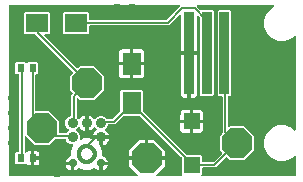
<source format=gbr>
G04 EAGLE Gerber X2 export*
%TF.Part,Single*%
%TF.FileFunction,Copper,L1,Top,Mixed*%
%TF.FilePolarity,Positive*%
%TF.GenerationSoftware,Autodesk,EAGLE,9.1.0*%
%TF.CreationDate,2018-09-05T10:19:08Z*%
G75*
%MOMM*%
%FSLAX34Y34*%
%LPD*%
%AMOC8*
5,1,8,0,0,1.08239X$1,22.5*%
G01*
%ADD10R,0.600000X0.700000*%
%ADD11R,1.900000X1.600000*%
%ADD12R,1.600000X1.900000*%
%ADD13C,0.900000*%
%ADD14C,0.700000*%
%ADD15C,0.330000*%
%ADD16C,0.006094*%
%ADD17R,0.850000X7.000000*%
%ADD18R,1.400000X1.400000*%
%ADD19P,2.763017X8X22.500000*%
%ADD20C,0.152400*%
%ADD21C,0.756400*%

G36*
X118829Y10172D02*
X118829Y10172D01*
X118900Y10174D01*
X118949Y10192D01*
X119001Y10200D01*
X119064Y10234D01*
X119131Y10259D01*
X119172Y10291D01*
X119218Y10316D01*
X119267Y10368D01*
X119323Y10412D01*
X119352Y10456D01*
X119388Y10494D01*
X119418Y10559D01*
X119456Y10619D01*
X119469Y10670D01*
X119491Y10717D01*
X119499Y10788D01*
X119517Y10858D01*
X119512Y10910D01*
X119518Y10961D01*
X119503Y11032D01*
X119497Y11103D01*
X119477Y11151D01*
X119466Y11202D01*
X119429Y11263D01*
X119401Y11329D01*
X119356Y11385D01*
X119340Y11413D01*
X119322Y11428D01*
X119296Y11460D01*
X111696Y19061D01*
X111696Y23877D01*
X126238Y23877D01*
X126258Y23880D01*
X126277Y23878D01*
X126379Y23900D01*
X126481Y23917D01*
X126498Y23926D01*
X126518Y23930D01*
X126607Y23983D01*
X126698Y24032D01*
X126712Y24046D01*
X126729Y24056D01*
X126796Y24135D01*
X126867Y24210D01*
X126876Y24228D01*
X126889Y24243D01*
X126927Y24339D01*
X126971Y24433D01*
X126973Y24453D01*
X126981Y24471D01*
X126999Y24638D01*
X126999Y25401D01*
X127001Y25401D01*
X127001Y24638D01*
X127004Y24618D01*
X127002Y24599D01*
X127024Y24497D01*
X127041Y24395D01*
X127050Y24378D01*
X127054Y24358D01*
X127107Y24269D01*
X127156Y24178D01*
X127170Y24164D01*
X127180Y24147D01*
X127259Y24080D01*
X127334Y24009D01*
X127352Y24000D01*
X127367Y23987D01*
X127463Y23948D01*
X127557Y23905D01*
X127577Y23903D01*
X127595Y23895D01*
X127762Y23877D01*
X142304Y23877D01*
X142304Y19061D01*
X134704Y11460D01*
X134662Y11402D01*
X134612Y11350D01*
X134591Y11303D01*
X134560Y11261D01*
X134539Y11192D01*
X134509Y11127D01*
X134503Y11075D01*
X134488Y11025D01*
X134490Y10954D01*
X134482Y10883D01*
X134493Y10832D01*
X134494Y10780D01*
X134519Y10712D01*
X134534Y10642D01*
X134561Y10597D01*
X134579Y10549D01*
X134623Y10493D01*
X134660Y10431D01*
X134700Y10397D01*
X134732Y10357D01*
X134793Y10318D01*
X134847Y10271D01*
X134895Y10252D01*
X134939Y10224D01*
X135009Y10206D01*
X135075Y10179D01*
X135147Y10171D01*
X135178Y10163D01*
X135201Y10165D01*
X135242Y10161D01*
X156545Y10161D01*
X156616Y10172D01*
X156688Y10174D01*
X156737Y10192D01*
X156788Y10200D01*
X156851Y10234D01*
X156919Y10259D01*
X156959Y10291D01*
X157005Y10316D01*
X157055Y10368D01*
X157111Y10412D01*
X157139Y10456D01*
X157175Y10494D01*
X157205Y10559D01*
X157244Y10619D01*
X157256Y10670D01*
X157278Y10717D01*
X157286Y10788D01*
X157304Y10858D01*
X157300Y10910D01*
X157305Y10961D01*
X157290Y11032D01*
X157285Y11103D01*
X157264Y11151D01*
X157253Y11202D01*
X157216Y11263D01*
X157188Y11329D01*
X157143Y11385D01*
X157127Y11413D01*
X157109Y11428D01*
X157083Y11460D01*
X156575Y11968D01*
X156575Y25804D01*
X156561Y25894D01*
X156553Y25985D01*
X156541Y26014D01*
X156536Y26046D01*
X156493Y26127D01*
X156457Y26211D01*
X156431Y26243D01*
X156420Y26264D01*
X156397Y26286D01*
X156352Y26342D01*
X121542Y61152D01*
X121468Y61205D01*
X121398Y61265D01*
X121368Y61277D01*
X121342Y61296D01*
X121255Y61323D01*
X121170Y61357D01*
X121129Y61361D01*
X121107Y61368D01*
X121075Y61367D01*
X121004Y61375D01*
X107596Y61375D01*
X107506Y61361D01*
X107415Y61353D01*
X107386Y61341D01*
X107354Y61336D01*
X107273Y61293D01*
X107189Y61257D01*
X107157Y61231D01*
X107136Y61220D01*
X107114Y61197D01*
X107058Y61152D01*
X100007Y54101D01*
X94896Y54101D01*
X94781Y54082D01*
X94665Y54065D01*
X94660Y54063D01*
X94653Y54062D01*
X94551Y54007D01*
X94446Y53954D01*
X94441Y53949D01*
X94436Y53946D01*
X94356Y53862D01*
X94274Y53778D01*
X94270Y53772D01*
X94267Y53768D01*
X94259Y53751D01*
X94193Y53631D01*
X93388Y51687D01*
X91962Y50262D01*
X91917Y50199D01*
X91893Y50174D01*
X91888Y50162D01*
X91846Y50113D01*
X91836Y50086D01*
X91818Y50062D01*
X91791Y49972D01*
X91756Y49884D01*
X91755Y49855D01*
X91746Y49827D01*
X91749Y49733D01*
X91744Y49638D01*
X91752Y49610D01*
X91752Y49581D01*
X91785Y49492D01*
X91810Y49402D01*
X91827Y49378D01*
X91837Y49350D01*
X91896Y49276D01*
X91949Y49198D01*
X91977Y49175D01*
X91991Y49158D01*
X92018Y49140D01*
X92077Y49090D01*
X92768Y48629D01*
X93749Y47648D01*
X94519Y46495D01*
X95050Y45214D01*
X95156Y44683D01*
X89042Y44683D01*
X89022Y44680D01*
X89003Y44682D01*
X88901Y44660D01*
X88799Y44643D01*
X88782Y44634D01*
X88762Y44630D01*
X88673Y44577D01*
X88582Y44528D01*
X88568Y44514D01*
X88551Y44504D01*
X88484Y44425D01*
X88413Y44350D01*
X88404Y44332D01*
X88391Y44317D01*
X88352Y44221D01*
X88309Y44127D01*
X88307Y44107D01*
X88299Y44089D01*
X88281Y43922D01*
X88281Y43159D01*
X88279Y43159D01*
X88279Y43922D01*
X88276Y43942D01*
X88278Y43961D01*
X88256Y44063D01*
X88239Y44165D01*
X88230Y44182D01*
X88226Y44202D01*
X88173Y44291D01*
X88124Y44382D01*
X88110Y44396D01*
X88100Y44413D01*
X88021Y44480D01*
X87946Y44551D01*
X87928Y44560D01*
X87913Y44573D01*
X87817Y44612D01*
X87723Y44655D01*
X87703Y44657D01*
X87685Y44665D01*
X87518Y44683D01*
X81404Y44683D01*
X81510Y45214D01*
X82041Y46495D01*
X82811Y47648D01*
X83792Y48629D01*
X84483Y49090D01*
X84551Y49155D01*
X84625Y49214D01*
X84641Y49238D01*
X84662Y49258D01*
X84707Y49341D01*
X84758Y49421D01*
X84765Y49449D01*
X84779Y49475D01*
X84795Y49568D01*
X84818Y49659D01*
X84816Y49688D01*
X84821Y49717D01*
X84806Y49810D01*
X84799Y49904D01*
X84788Y49931D01*
X84783Y49960D01*
X84740Y50044D01*
X84703Y50131D01*
X84680Y50159D01*
X84670Y50179D01*
X84646Y50201D01*
X84623Y50231D01*
X84619Y50237D01*
X84616Y50240D01*
X84598Y50262D01*
X83382Y51478D01*
X83305Y51533D01*
X83233Y51594D01*
X83206Y51604D01*
X83182Y51621D01*
X83092Y51649D01*
X83004Y51684D01*
X82975Y51685D01*
X82947Y51694D01*
X82853Y51691D01*
X82759Y51696D01*
X82730Y51688D01*
X82701Y51687D01*
X82612Y51655D01*
X82522Y51630D01*
X82498Y51613D01*
X82470Y51603D01*
X82396Y51544D01*
X82319Y51491D01*
X82295Y51463D01*
X82278Y51449D01*
X82260Y51422D01*
X82211Y51363D01*
X81709Y50612D01*
X80728Y49631D01*
X79575Y48861D01*
X78294Y48330D01*
X77763Y48224D01*
X77763Y54338D01*
X77762Y54348D01*
X77762Y54353D01*
X77760Y54361D01*
X77762Y54377D01*
X77740Y54479D01*
X77723Y54581D01*
X77714Y54598D01*
X77710Y54618D01*
X77657Y54707D01*
X77608Y54798D01*
X77594Y54812D01*
X77584Y54829D01*
X77505Y54896D01*
X77430Y54967D01*
X77412Y54976D01*
X77397Y54989D01*
X77301Y55028D01*
X77207Y55071D01*
X77187Y55073D01*
X77169Y55081D01*
X77002Y55099D01*
X75478Y55099D01*
X75458Y55096D01*
X75439Y55098D01*
X75337Y55076D01*
X75235Y55059D01*
X75218Y55050D01*
X75198Y55046D01*
X75109Y54993D01*
X75018Y54944D01*
X75004Y54930D01*
X74987Y54920D01*
X74920Y54841D01*
X74849Y54766D01*
X74840Y54748D01*
X74827Y54733D01*
X74788Y54637D01*
X74745Y54543D01*
X74743Y54523D01*
X74735Y54505D01*
X74717Y54338D01*
X74717Y48224D01*
X74186Y48330D01*
X72905Y48861D01*
X71752Y49631D01*
X70771Y50612D01*
X70269Y51363D01*
X70205Y51431D01*
X70146Y51505D01*
X70121Y51521D01*
X70102Y51542D01*
X70019Y51587D01*
X69939Y51638D01*
X69911Y51645D01*
X69885Y51659D01*
X69792Y51675D01*
X69701Y51698D01*
X69672Y51696D01*
X69643Y51701D01*
X69549Y51686D01*
X69455Y51679D01*
X69429Y51668D01*
X69400Y51663D01*
X69316Y51620D01*
X69229Y51583D01*
X69200Y51560D01*
X69181Y51550D01*
X69159Y51526D01*
X69098Y51478D01*
X67613Y49992D01*
X67228Y49833D01*
X67168Y49796D01*
X67102Y49766D01*
X67064Y49731D01*
X67019Y49704D01*
X66974Y49649D01*
X66921Y49600D01*
X66896Y49554D01*
X66863Y49514D01*
X66837Y49447D01*
X66802Y49384D01*
X66793Y49333D01*
X66774Y49285D01*
X66771Y49213D01*
X66759Y49142D01*
X66766Y49091D01*
X66764Y49039D01*
X66784Y48970D01*
X66794Y48899D01*
X66818Y48853D01*
X66832Y48803D01*
X66873Y48744D01*
X66906Y48680D01*
X66943Y48643D01*
X66973Y48601D01*
X67030Y48558D01*
X67081Y48508D01*
X67144Y48473D01*
X67170Y48454D01*
X67192Y48447D01*
X67228Y48427D01*
X67613Y48268D01*
X69308Y46573D01*
X70225Y44358D01*
X70225Y41833D01*
X70232Y41787D01*
X70230Y41742D01*
X70252Y41667D01*
X70264Y41590D01*
X70286Y41549D01*
X70299Y41505D01*
X70343Y41441D01*
X70380Y41373D01*
X70413Y41341D01*
X70439Y41303D01*
X70501Y41257D01*
X70558Y41203D01*
X70600Y41184D01*
X70636Y41157D01*
X70710Y41132D01*
X70781Y41100D01*
X70827Y41095D01*
X70870Y41080D01*
X70948Y41081D01*
X71025Y41073D01*
X71070Y41082D01*
X71116Y41083D01*
X71248Y41121D01*
X71266Y41125D01*
X71270Y41127D01*
X71277Y41129D01*
X73622Y42101D01*
X78858Y42101D01*
X80217Y41538D01*
X80333Y41511D01*
X80450Y41482D01*
X80453Y41482D01*
X80456Y41482D01*
X80576Y41493D01*
X80695Y41503D01*
X80698Y41505D01*
X80701Y41505D01*
X80811Y41554D01*
X80920Y41601D01*
X80923Y41604D01*
X80926Y41605D01*
X80960Y41637D01*
X86757Y41637D01*
X86757Y37351D01*
X86772Y37261D01*
X86779Y37170D01*
X86791Y37140D01*
X86797Y37108D01*
X86839Y37027D01*
X86875Y36943D01*
X86901Y36911D01*
X86912Y36890D01*
X86935Y36868D01*
X86980Y36812D01*
X87397Y36395D01*
X89401Y31558D01*
X89401Y27601D01*
X89412Y27533D01*
X89413Y27464D01*
X89432Y27412D01*
X89440Y27358D01*
X89473Y27297D01*
X89496Y27233D01*
X89530Y27189D01*
X89556Y27141D01*
X89605Y27093D01*
X89648Y27039D01*
X89694Y27009D01*
X89734Y26971D01*
X89796Y26942D01*
X89854Y26905D01*
X89927Y26882D01*
X89957Y26868D01*
X89978Y26865D01*
X90014Y26854D01*
X90042Y26849D01*
X91141Y26393D01*
X92131Y25732D01*
X92972Y24891D01*
X93633Y23901D01*
X94089Y22802D01*
X94136Y22563D01*
X89042Y22563D01*
X89022Y22560D01*
X89003Y22562D01*
X88901Y22540D01*
X88799Y22523D01*
X88782Y22514D01*
X88762Y22510D01*
X88673Y22457D01*
X88582Y22408D01*
X88568Y22394D01*
X88551Y22384D01*
X88484Y22305D01*
X88413Y22230D01*
X88404Y22212D01*
X88391Y22197D01*
X88352Y22101D01*
X88309Y22007D01*
X88307Y21987D01*
X88299Y21969D01*
X88281Y21802D01*
X88281Y21039D01*
X87518Y21039D01*
X87498Y21036D01*
X87479Y21038D01*
X87377Y21016D01*
X87275Y20999D01*
X87258Y20990D01*
X87238Y20986D01*
X87149Y20933D01*
X87058Y20884D01*
X87044Y20870D01*
X87027Y20860D01*
X86960Y20781D01*
X86889Y20706D01*
X86880Y20688D01*
X86867Y20673D01*
X86828Y20577D01*
X86785Y20483D01*
X86783Y20463D01*
X86775Y20445D01*
X86757Y20278D01*
X86757Y15184D01*
X86518Y15231D01*
X85419Y15687D01*
X84429Y16348D01*
X83559Y17218D01*
X83465Y17286D01*
X83370Y17356D01*
X83364Y17358D01*
X83359Y17362D01*
X83248Y17396D01*
X83137Y17432D01*
X83130Y17432D01*
X83124Y17434D01*
X83008Y17431D01*
X82891Y17430D01*
X82883Y17428D01*
X82878Y17428D01*
X82861Y17421D01*
X82730Y17383D01*
X78858Y15779D01*
X73622Y15779D01*
X69750Y17383D01*
X69637Y17410D01*
X69523Y17438D01*
X69517Y17438D01*
X69511Y17439D01*
X69394Y17428D01*
X69278Y17419D01*
X69272Y17417D01*
X69266Y17416D01*
X69159Y17368D01*
X69052Y17323D01*
X69046Y17318D01*
X69041Y17316D01*
X69028Y17304D01*
X68921Y17218D01*
X68051Y16348D01*
X67061Y15687D01*
X65962Y15231D01*
X65723Y15184D01*
X65723Y20278D01*
X65720Y20298D01*
X65722Y20317D01*
X65700Y20419D01*
X65683Y20521D01*
X65674Y20538D01*
X65670Y20558D01*
X65617Y20647D01*
X65568Y20738D01*
X65554Y20752D01*
X65544Y20769D01*
X65465Y20836D01*
X65390Y20907D01*
X65372Y20916D01*
X65357Y20929D01*
X65261Y20968D01*
X65167Y21011D01*
X65147Y21013D01*
X65129Y21021D01*
X64962Y21039D01*
X64199Y21039D01*
X64199Y21802D01*
X64196Y21822D01*
X64198Y21841D01*
X64176Y21943D01*
X64159Y22045D01*
X64150Y22062D01*
X64146Y22082D01*
X64093Y22171D01*
X64044Y22262D01*
X64030Y22276D01*
X64020Y22293D01*
X63941Y22360D01*
X63866Y22431D01*
X63848Y22440D01*
X63833Y22453D01*
X63737Y22492D01*
X63643Y22535D01*
X63623Y22537D01*
X63605Y22545D01*
X63438Y22563D01*
X58344Y22563D01*
X58391Y22802D01*
X58847Y23901D01*
X59508Y24891D01*
X60349Y25732D01*
X61339Y26393D01*
X62438Y26849D01*
X62467Y26854D01*
X62531Y26878D01*
X62598Y26893D01*
X62645Y26921D01*
X62697Y26941D01*
X62750Y26984D01*
X62809Y27019D01*
X62845Y27061D01*
X62888Y27096D01*
X62924Y27154D01*
X62969Y27206D01*
X62990Y27257D01*
X63019Y27304D01*
X63035Y27370D01*
X63061Y27434D01*
X63069Y27511D01*
X63077Y27543D01*
X63075Y27564D01*
X63079Y27601D01*
X63079Y31558D01*
X64954Y36083D01*
X64964Y36127D01*
X64983Y36169D01*
X64992Y36246D01*
X65010Y36322D01*
X65005Y36368D01*
X65010Y36413D01*
X64994Y36490D01*
X64987Y36567D01*
X64968Y36609D01*
X64958Y36654D01*
X64918Y36721D01*
X64887Y36792D01*
X64856Y36826D01*
X64832Y36865D01*
X64773Y36916D01*
X64720Y36973D01*
X64680Y36995D01*
X64645Y37025D01*
X64573Y37054D01*
X64505Y37091D01*
X64460Y37100D01*
X64417Y37117D01*
X64281Y37132D01*
X64263Y37135D01*
X64258Y37134D01*
X64250Y37135D01*
X63002Y37135D01*
X60787Y38052D01*
X59092Y39747D01*
X58392Y41439D01*
X58330Y41538D01*
X58270Y41639D01*
X58265Y41643D01*
X58262Y41648D01*
X58172Y41723D01*
X58083Y41799D01*
X58077Y41801D01*
X58073Y41805D01*
X57964Y41847D01*
X57855Y41891D01*
X57847Y41892D01*
X57843Y41893D01*
X57825Y41894D01*
X57688Y41909D01*
X49731Y41909D01*
X49641Y41895D01*
X49550Y41887D01*
X49520Y41875D01*
X49488Y41870D01*
X49408Y41827D01*
X49324Y41791D01*
X49292Y41765D01*
X49271Y41754D01*
X49249Y41731D01*
X49193Y41686D01*
X44018Y36512D01*
X32182Y36512D01*
X24922Y43771D01*
X24864Y43813D01*
X24812Y43862D01*
X24765Y43884D01*
X24723Y43915D01*
X24654Y43936D01*
X24589Y43966D01*
X24537Y43972D01*
X24487Y43987D01*
X24416Y43985D01*
X24345Y43993D01*
X24294Y43982D01*
X24242Y43981D01*
X24174Y43956D01*
X24104Y43941D01*
X24059Y43914D01*
X24011Y43896D01*
X23955Y43851D01*
X23893Y43815D01*
X23859Y43775D01*
X23819Y43743D01*
X23780Y43682D01*
X23733Y43628D01*
X23714Y43579D01*
X23686Y43536D01*
X23668Y43466D01*
X23641Y43400D01*
X23633Y43328D01*
X23625Y43297D01*
X23627Y43274D01*
X23623Y43233D01*
X23623Y31149D01*
X23637Y31059D01*
X23645Y30968D01*
X23657Y30938D01*
X23662Y30906D01*
X23705Y30825D01*
X23741Y30742D01*
X23767Y30709D01*
X23778Y30689D01*
X23801Y30667D01*
X23846Y30611D01*
X24164Y30293D01*
X24259Y30224D01*
X24356Y30153D01*
X24360Y30151D01*
X24363Y30149D01*
X24476Y30114D01*
X24590Y30078D01*
X24595Y30078D01*
X24599Y30077D01*
X24717Y30080D01*
X24836Y30082D01*
X24840Y30083D01*
X24844Y30083D01*
X24957Y30124D01*
X25068Y30163D01*
X25071Y30166D01*
X25075Y30167D01*
X25168Y30242D01*
X25262Y30315D01*
X25265Y30319D01*
X25267Y30321D01*
X25275Y30333D01*
X25361Y30450D01*
X25367Y30460D01*
X25840Y30933D01*
X26419Y31268D01*
X27066Y31441D01*
X28901Y31441D01*
X28901Y26138D01*
X28903Y26122D01*
X28902Y26108D01*
X28902Y26105D01*
X28902Y26099D01*
X28924Y25997D01*
X28940Y25895D01*
X28950Y25878D01*
X28954Y25858D01*
X29007Y25769D01*
X29056Y25678D01*
X29070Y25664D01*
X29080Y25647D01*
X29159Y25580D01*
X29234Y25509D01*
X29252Y25500D01*
X29267Y25487D01*
X29363Y25449D01*
X29457Y25405D01*
X29477Y25403D01*
X29495Y25396D01*
X29419Y25383D01*
X29402Y25374D01*
X29382Y25370D01*
X29293Y25317D01*
X29202Y25268D01*
X29188Y25254D01*
X29171Y25244D01*
X29104Y25165D01*
X29032Y25090D01*
X29024Y25072D01*
X29011Y25057D01*
X28972Y24960D01*
X28929Y24867D01*
X28927Y24847D01*
X28919Y24829D01*
X28901Y24662D01*
X28901Y19359D01*
X27066Y19359D01*
X26419Y19532D01*
X25840Y19867D01*
X25367Y20340D01*
X25361Y20350D01*
X25286Y20441D01*
X25212Y20535D01*
X25208Y20537D01*
X25205Y20540D01*
X25106Y20603D01*
X25005Y20668D01*
X25001Y20669D01*
X24997Y20671D01*
X24882Y20699D01*
X24766Y20728D01*
X24762Y20727D01*
X24758Y20728D01*
X24639Y20718D01*
X24521Y20709D01*
X24517Y20707D01*
X24513Y20707D01*
X24405Y20659D01*
X24295Y20612D01*
X24291Y20609D01*
X24288Y20608D01*
X24278Y20599D01*
X24164Y20507D01*
X24032Y20375D01*
X16768Y20375D01*
X15875Y21268D01*
X15875Y29532D01*
X16768Y30425D01*
X18288Y30425D01*
X18308Y30428D01*
X18327Y30426D01*
X18429Y30448D01*
X18531Y30464D01*
X18548Y30474D01*
X18568Y30478D01*
X18657Y30531D01*
X18748Y30580D01*
X18762Y30594D01*
X18779Y30604D01*
X18846Y30683D01*
X18918Y30758D01*
X18926Y30776D01*
X18939Y30791D01*
X18978Y30887D01*
X19021Y30981D01*
X19023Y31001D01*
X19031Y31019D01*
X19049Y31186D01*
X19049Y95814D01*
X19046Y95834D01*
X19048Y95853D01*
X19026Y95955D01*
X19010Y96057D01*
X19000Y96074D01*
X18996Y96094D01*
X18943Y96183D01*
X18894Y96274D01*
X18880Y96288D01*
X18870Y96305D01*
X18791Y96372D01*
X18716Y96444D01*
X18698Y96452D01*
X18683Y96465D01*
X18587Y96504D01*
X18493Y96547D01*
X18473Y96549D01*
X18455Y96557D01*
X18288Y96575D01*
X16768Y96575D01*
X15875Y97468D01*
X15875Y105732D01*
X16768Y106625D01*
X24032Y106625D01*
X24862Y105795D01*
X24878Y105783D01*
X24890Y105767D01*
X24978Y105711D01*
X25061Y105651D01*
X25080Y105645D01*
X25097Y105634D01*
X25198Y105609D01*
X25297Y105579D01*
X25316Y105579D01*
X25336Y105574D01*
X25439Y105582D01*
X25542Y105585D01*
X25561Y105592D01*
X25581Y105593D01*
X25676Y105634D01*
X25773Y105669D01*
X25789Y105682D01*
X25807Y105690D01*
X25938Y105795D01*
X26768Y106625D01*
X34032Y106625D01*
X34925Y105732D01*
X34925Y97468D01*
X34032Y96575D01*
X33528Y96575D01*
X33508Y96572D01*
X33489Y96574D01*
X33387Y96552D01*
X33285Y96536D01*
X33268Y96526D01*
X33248Y96522D01*
X33159Y96469D01*
X33068Y96420D01*
X33054Y96406D01*
X33037Y96396D01*
X32970Y96317D01*
X32898Y96242D01*
X32890Y96224D01*
X32877Y96209D01*
X32838Y96113D01*
X32795Y96019D01*
X32793Y95999D01*
X32785Y95981D01*
X32767Y95814D01*
X32767Y65849D01*
X32770Y65830D01*
X32768Y65810D01*
X32790Y65709D01*
X32806Y65607D01*
X32816Y65589D01*
X32820Y65570D01*
X32873Y65481D01*
X32922Y65389D01*
X32936Y65376D01*
X32946Y65359D01*
X33025Y65291D01*
X33100Y65220D01*
X33118Y65212D01*
X33133Y65199D01*
X33229Y65160D01*
X33323Y65116D01*
X33343Y65114D01*
X33361Y65107D01*
X33528Y65088D01*
X44018Y65088D01*
X52388Y56718D01*
X52388Y47244D01*
X52391Y47224D01*
X52389Y47205D01*
X52411Y47103D01*
X52428Y47001D01*
X52437Y46984D01*
X52442Y46964D01*
X52495Y46875D01*
X52543Y46784D01*
X52557Y46770D01*
X52568Y46753D01*
X52646Y46686D01*
X52721Y46614D01*
X52739Y46606D01*
X52755Y46593D01*
X52851Y46554D01*
X52944Y46511D01*
X52964Y46509D01*
X52983Y46501D01*
X53149Y46483D01*
X58687Y46483D01*
X58777Y46497D01*
X58868Y46505D01*
X58898Y46517D01*
X58930Y46522D01*
X59011Y46565D01*
X59094Y46601D01*
X59127Y46627D01*
X59147Y46638D01*
X59169Y46661D01*
X59225Y46706D01*
X60787Y48268D01*
X61172Y48427D01*
X61232Y48464D01*
X61298Y48494D01*
X61336Y48529D01*
X61381Y48556D01*
X61426Y48611D01*
X61479Y48660D01*
X61504Y48706D01*
X61537Y48746D01*
X61563Y48813D01*
X61598Y48876D01*
X61607Y48927D01*
X61626Y48975D01*
X61629Y49047D01*
X61641Y49118D01*
X61634Y49169D01*
X61636Y49221D01*
X61616Y49290D01*
X61606Y49361D01*
X61582Y49407D01*
X61567Y49457D01*
X61527Y49516D01*
X61494Y49580D01*
X61457Y49617D01*
X61427Y49659D01*
X61370Y49702D01*
X61318Y49752D01*
X61256Y49787D01*
X61230Y49806D01*
X61208Y49814D01*
X61172Y49833D01*
X60787Y49992D01*
X59092Y51687D01*
X58175Y53902D01*
X58175Y56298D01*
X59092Y58513D01*
X60787Y60208D01*
X62775Y61031D01*
X62875Y61093D01*
X62975Y61153D01*
X62979Y61157D01*
X62984Y61161D01*
X63059Y61251D01*
X63135Y61339D01*
X63137Y61345D01*
X63141Y61350D01*
X63183Y61458D01*
X63227Y61568D01*
X63228Y61575D01*
X63229Y61580D01*
X63230Y61598D01*
X63245Y61734D01*
X63245Y78671D01*
X64195Y79621D01*
X64207Y79638D01*
X64223Y79650D01*
X64279Y79737D01*
X64339Y79821D01*
X64345Y79840D01*
X64356Y79857D01*
X64381Y79957D01*
X64411Y80056D01*
X64411Y80076D01*
X64416Y80095D01*
X64408Y80198D01*
X64405Y80302D01*
X64398Y80321D01*
X64397Y80341D01*
X64356Y80436D01*
X64321Y80533D01*
X64308Y80549D01*
X64300Y80567D01*
X64195Y80698D01*
X61912Y82982D01*
X61912Y94818D01*
X64449Y97356D01*
X64461Y97372D01*
X64477Y97385D01*
X64533Y97472D01*
X64593Y97556D01*
X64599Y97575D01*
X64610Y97592D01*
X64635Y97692D01*
X64665Y97791D01*
X64665Y97811D01*
X64670Y97830D01*
X64662Y97933D01*
X64659Y98037D01*
X64652Y98056D01*
X64651Y98075D01*
X64610Y98170D01*
X64575Y98268D01*
X64562Y98283D01*
X64554Y98302D01*
X64449Y98433D01*
X32930Y129952D01*
X32856Y130005D01*
X32786Y130065D01*
X32756Y130077D01*
X32730Y130096D01*
X32643Y130123D01*
X32558Y130157D01*
X32517Y130161D01*
X32495Y130168D01*
X32463Y130167D01*
X32391Y130175D01*
X24168Y130175D01*
X23275Y131068D01*
X23275Y148332D01*
X24168Y149225D01*
X44432Y149225D01*
X45325Y148332D01*
X45325Y131068D01*
X44432Y130175D01*
X41012Y130175D01*
X40942Y130164D01*
X40870Y130162D01*
X40821Y130144D01*
X40770Y130136D01*
X40706Y130102D01*
X40639Y130077D01*
X40598Y130045D01*
X40552Y130020D01*
X40503Y129968D01*
X40447Y129924D01*
X40419Y129880D01*
X40383Y129842D01*
X40353Y129777D01*
X40314Y129717D01*
X40301Y129666D01*
X40279Y129619D01*
X40271Y129548D01*
X40254Y129478D01*
X40258Y129426D01*
X40252Y129375D01*
X40267Y129304D01*
X40273Y129233D01*
X40293Y129185D01*
X40304Y129134D01*
X40341Y129073D01*
X40369Y129007D01*
X40414Y128951D01*
X40431Y128923D01*
X40448Y128908D01*
X40474Y128876D01*
X67683Y101667D01*
X67700Y101655D01*
X67712Y101639D01*
X67799Y101583D01*
X67883Y101523D01*
X67902Y101517D01*
X67919Y101506D01*
X68019Y101481D01*
X68118Y101451D01*
X68138Y101451D01*
X68157Y101446D01*
X68260Y101454D01*
X68364Y101457D01*
X68383Y101464D01*
X68403Y101465D01*
X68498Y101506D01*
X68595Y101541D01*
X68611Y101554D01*
X68629Y101562D01*
X68760Y101667D01*
X70282Y103188D01*
X82118Y103188D01*
X90488Y94818D01*
X90488Y82982D01*
X82118Y74612D01*
X70282Y74612D01*
X69118Y75775D01*
X69060Y75817D01*
X69008Y75866D01*
X68961Y75888D01*
X68919Y75919D01*
X68850Y75940D01*
X68785Y75970D01*
X68733Y75976D01*
X68683Y75991D01*
X68612Y75989D01*
X68541Y75997D01*
X68490Y75986D01*
X68438Y75985D01*
X68370Y75960D01*
X68300Y75945D01*
X68255Y75918D01*
X68207Y75900D01*
X68151Y75855D01*
X68089Y75819D01*
X68055Y75779D01*
X68015Y75747D01*
X67976Y75686D01*
X67929Y75632D01*
X67910Y75583D01*
X67882Y75540D01*
X67864Y75470D01*
X67837Y75404D01*
X67829Y75332D01*
X67821Y75301D01*
X67823Y75278D01*
X67819Y75237D01*
X67819Y60317D01*
X67833Y60227D01*
X67841Y60136D01*
X67853Y60106D01*
X67858Y60074D01*
X67901Y59994D01*
X67937Y59910D01*
X67963Y59877D01*
X67974Y59857D01*
X67997Y59835D01*
X68042Y59779D01*
X69098Y58722D01*
X69175Y58667D01*
X69247Y58606D01*
X69274Y58596D01*
X69298Y58579D01*
X69388Y58551D01*
X69476Y58516D01*
X69505Y58515D01*
X69533Y58506D01*
X69627Y58509D01*
X69721Y58504D01*
X69750Y58512D01*
X69779Y58513D01*
X69867Y58545D01*
X69958Y58570D01*
X69982Y58587D01*
X70010Y58597D01*
X70084Y58656D01*
X70161Y58709D01*
X70185Y58737D01*
X70202Y58751D01*
X70220Y58778D01*
X70269Y58837D01*
X70771Y59588D01*
X71752Y60569D01*
X72905Y61339D01*
X74186Y61870D01*
X74717Y61976D01*
X74717Y55862D01*
X74720Y55842D01*
X74718Y55823D01*
X74740Y55721D01*
X74757Y55619D01*
X74766Y55602D01*
X74770Y55582D01*
X74823Y55493D01*
X74872Y55402D01*
X74886Y55388D01*
X74896Y55371D01*
X74975Y55304D01*
X75050Y55233D01*
X75068Y55224D01*
X75083Y55211D01*
X75179Y55172D01*
X75273Y55129D01*
X75293Y55127D01*
X75311Y55119D01*
X75478Y55101D01*
X77002Y55101D01*
X77022Y55104D01*
X77041Y55102D01*
X77143Y55124D01*
X77245Y55141D01*
X77262Y55150D01*
X77282Y55154D01*
X77371Y55207D01*
X77462Y55256D01*
X77476Y55270D01*
X77493Y55280D01*
X77560Y55359D01*
X77631Y55434D01*
X77640Y55452D01*
X77653Y55467D01*
X77692Y55563D01*
X77735Y55657D01*
X77737Y55677D01*
X77745Y55695D01*
X77763Y55862D01*
X77763Y61976D01*
X78294Y61870D01*
X79575Y61339D01*
X80728Y60569D01*
X81709Y59588D01*
X82211Y58837D01*
X82275Y58769D01*
X82334Y58695D01*
X82359Y58679D01*
X82378Y58658D01*
X82461Y58613D01*
X82541Y58562D01*
X82569Y58555D01*
X82595Y58541D01*
X82688Y58525D01*
X82779Y58502D01*
X82808Y58504D01*
X82837Y58499D01*
X82931Y58514D01*
X83025Y58521D01*
X83051Y58532D01*
X83080Y58537D01*
X83164Y58580D01*
X83251Y58617D01*
X83280Y58640D01*
X83299Y58650D01*
X83321Y58674D01*
X83382Y58722D01*
X84867Y60208D01*
X87082Y61125D01*
X89478Y61125D01*
X91693Y60208D01*
X93003Y58898D01*
X93077Y58845D01*
X93146Y58785D01*
X93176Y58773D01*
X93202Y58754D01*
X93289Y58727D01*
X93374Y58693D01*
X93415Y58689D01*
X93437Y58682D01*
X93470Y58683D01*
X93541Y58675D01*
X97797Y58675D01*
X97888Y58689D01*
X97978Y58697D01*
X98008Y58709D01*
X98040Y58714D01*
X98121Y58757D01*
X98205Y58793D01*
X98237Y58819D01*
X98258Y58830D01*
X98280Y58853D01*
X98336Y58898D01*
X104552Y65114D01*
X104605Y65188D01*
X104665Y65258D01*
X104677Y65288D01*
X104696Y65314D01*
X104723Y65401D01*
X104757Y65486D01*
X104761Y65527D01*
X104768Y65549D01*
X104767Y65581D01*
X104775Y65652D01*
X104775Y82532D01*
X105668Y83425D01*
X122932Y83425D01*
X123825Y82532D01*
X123825Y65652D01*
X123839Y65562D01*
X123847Y65471D01*
X123859Y65442D01*
X123864Y65410D01*
X123907Y65329D01*
X123943Y65245D01*
X123969Y65213D01*
X123980Y65192D01*
X124003Y65170D01*
X124048Y65114D01*
X160814Y28348D01*
X160888Y28295D01*
X160958Y28235D01*
X160988Y28223D01*
X161014Y28204D01*
X161101Y28177D01*
X161186Y28143D01*
X161227Y28139D01*
X161249Y28132D01*
X161281Y28133D01*
X161352Y28125D01*
X172732Y28125D01*
X173625Y27232D01*
X173625Y22860D01*
X173628Y22840D01*
X173626Y22821D01*
X173648Y22719D01*
X173664Y22617D01*
X173674Y22600D01*
X173678Y22580D01*
X173731Y22491D01*
X173780Y22400D01*
X173794Y22386D01*
X173804Y22369D01*
X173883Y22302D01*
X173958Y22230D01*
X173976Y22222D01*
X173991Y22209D01*
X174087Y22170D01*
X174181Y22127D01*
X174201Y22125D01*
X174219Y22117D01*
X174386Y22099D01*
X183141Y22099D01*
X183232Y22113D01*
X183322Y22121D01*
X183352Y22133D01*
X183384Y22138D01*
X183465Y22181D01*
X183549Y22217D01*
X183581Y22243D01*
X183602Y22254D01*
X183624Y22277D01*
X183680Y22322D01*
X190687Y29329D01*
X190699Y29346D01*
X190715Y29358D01*
X190771Y29445D01*
X190831Y29529D01*
X190837Y29548D01*
X190848Y29565D01*
X190873Y29665D01*
X190903Y29764D01*
X190903Y29784D01*
X190908Y29803D01*
X190900Y29906D01*
X190897Y30010D01*
X190890Y30029D01*
X190889Y30049D01*
X190848Y30144D01*
X190813Y30241D01*
X190800Y30257D01*
X190792Y30275D01*
X190687Y30406D01*
X188912Y32182D01*
X188912Y44018D01*
X191038Y46145D01*
X191091Y46219D01*
X191151Y46288D01*
X191163Y46318D01*
X191182Y46345D01*
X191209Y46432D01*
X191243Y46516D01*
X191247Y46557D01*
X191254Y46580D01*
X191253Y46612D01*
X191261Y46683D01*
X191261Y77014D01*
X191258Y77034D01*
X191260Y77053D01*
X191238Y77155D01*
X191222Y77257D01*
X191212Y77274D01*
X191208Y77294D01*
X191155Y77383D01*
X191106Y77474D01*
X191092Y77488D01*
X191082Y77505D01*
X191003Y77572D01*
X190928Y77644D01*
X190910Y77652D01*
X190895Y77665D01*
X190799Y77704D01*
X190705Y77747D01*
X190685Y77749D01*
X190667Y77757D01*
X190500Y77775D01*
X187918Y77775D01*
X187025Y78668D01*
X187025Y149932D01*
X187918Y150825D01*
X197682Y150825D01*
X198575Y149932D01*
X198575Y78668D01*
X197682Y77775D01*
X196596Y77775D01*
X196576Y77772D01*
X196557Y77774D01*
X196455Y77752D01*
X196353Y77736D01*
X196336Y77726D01*
X196316Y77722D01*
X196227Y77669D01*
X196136Y77620D01*
X196122Y77606D01*
X196105Y77596D01*
X196038Y77517D01*
X195966Y77442D01*
X195958Y77424D01*
X195945Y77409D01*
X195906Y77313D01*
X195863Y77219D01*
X195861Y77199D01*
X195853Y77181D01*
X195835Y77014D01*
X195835Y52779D01*
X195837Y52764D01*
X195836Y52751D01*
X195846Y52702D01*
X195848Y52637D01*
X195866Y52588D01*
X195874Y52536D01*
X195908Y52473D01*
X195933Y52406D01*
X195965Y52365D01*
X195990Y52319D01*
X196041Y52270D01*
X196086Y52214D01*
X196130Y52185D01*
X196168Y52150D01*
X196233Y52119D01*
X196293Y52081D01*
X196344Y52068D01*
X196391Y52046D01*
X196462Y52038D01*
X196532Y52021D01*
X196584Y52025D01*
X196635Y52019D01*
X196706Y52034D01*
X196777Y52040D01*
X196825Y52060D01*
X196876Y52071D01*
X196937Y52108D01*
X197003Y52136D01*
X197056Y52178D01*
X197068Y52184D01*
X197071Y52188D01*
X197087Y52197D01*
X197102Y52215D01*
X197134Y52241D01*
X197282Y52388D01*
X209118Y52388D01*
X217488Y44018D01*
X217488Y32182D01*
X209118Y23812D01*
X197282Y23812D01*
X194998Y26095D01*
X194982Y26107D01*
X194969Y26123D01*
X194882Y26179D01*
X194798Y26239D01*
X194779Y26245D01*
X194762Y26256D01*
X194662Y26281D01*
X194563Y26311D01*
X194543Y26311D01*
X194524Y26316D01*
X194421Y26308D01*
X194317Y26305D01*
X194298Y26298D01*
X194279Y26297D01*
X194184Y26256D01*
X194086Y26221D01*
X194071Y26208D01*
X194052Y26200D01*
X193921Y26095D01*
X185351Y17525D01*
X174386Y17525D01*
X174366Y17522D01*
X174347Y17524D01*
X174245Y17502D01*
X174143Y17486D01*
X174126Y17476D01*
X174106Y17472D01*
X174017Y17419D01*
X173926Y17370D01*
X173912Y17356D01*
X173895Y17346D01*
X173828Y17267D01*
X173756Y17192D01*
X173748Y17174D01*
X173735Y17159D01*
X173696Y17063D01*
X173653Y16969D01*
X173651Y16949D01*
X173643Y16931D01*
X173625Y16764D01*
X173625Y11968D01*
X173117Y11460D01*
X173075Y11402D01*
X173025Y11350D01*
X173003Y11303D01*
X172973Y11261D01*
X172952Y11192D01*
X172922Y11127D01*
X172916Y11075D01*
X172901Y11025D01*
X172903Y10954D01*
X172895Y10883D01*
X172906Y10832D01*
X172907Y10780D01*
X172932Y10712D01*
X172947Y10642D01*
X172974Y10597D01*
X172991Y10549D01*
X173036Y10493D01*
X173073Y10431D01*
X173113Y10397D01*
X173145Y10357D01*
X173205Y10318D01*
X173260Y10271D01*
X173308Y10252D01*
X173352Y10224D01*
X173422Y10206D01*
X173488Y10179D01*
X173559Y10171D01*
X173591Y10163D01*
X173614Y10165D01*
X173655Y10161D01*
X252478Y10161D01*
X252498Y10164D01*
X252517Y10162D01*
X252619Y10184D01*
X252721Y10200D01*
X252738Y10210D01*
X252758Y10214D01*
X252847Y10267D01*
X252938Y10316D01*
X252952Y10330D01*
X252969Y10340D01*
X253036Y10419D01*
X253108Y10494D01*
X253116Y10512D01*
X253129Y10527D01*
X253168Y10623D01*
X253211Y10717D01*
X253213Y10737D01*
X253221Y10755D01*
X253239Y10922D01*
X253239Y26761D01*
X253228Y26832D01*
X253226Y26903D01*
X253208Y26952D01*
X253200Y27004D01*
X253166Y27067D01*
X253141Y27134D01*
X253109Y27175D01*
X253084Y27221D01*
X253032Y27270D01*
X252988Y27326D01*
X252944Y27355D01*
X252906Y27390D01*
X252841Y27421D01*
X252781Y27459D01*
X252730Y27472D01*
X252683Y27494D01*
X252612Y27502D01*
X252542Y27519D01*
X252490Y27515D01*
X252439Y27521D01*
X252368Y27506D01*
X252297Y27500D01*
X252249Y27480D01*
X252198Y27469D01*
X252137Y27432D01*
X252071Y27404D01*
X252015Y27359D01*
X251987Y27343D01*
X251972Y27325D01*
X251940Y27299D01*
X249888Y25247D01*
X244316Y22939D01*
X238284Y22939D01*
X232712Y25247D01*
X228447Y29512D01*
X226139Y35084D01*
X226139Y41116D01*
X228447Y46688D01*
X232712Y50953D01*
X238284Y53261D01*
X244316Y53261D01*
X249888Y50953D01*
X251940Y48901D01*
X251998Y48859D01*
X252050Y48810D01*
X252097Y48788D01*
X252139Y48757D01*
X252208Y48736D01*
X252273Y48706D01*
X252325Y48700D01*
X252375Y48685D01*
X252446Y48687D01*
X252517Y48679D01*
X252568Y48690D01*
X252620Y48691D01*
X252688Y48716D01*
X252758Y48731D01*
X252803Y48758D01*
X252851Y48776D01*
X252907Y48821D01*
X252969Y48857D01*
X253003Y48897D01*
X253043Y48929D01*
X253082Y48990D01*
X253129Y49044D01*
X253148Y49093D01*
X253176Y49136D01*
X253194Y49206D01*
X253221Y49272D01*
X253229Y49344D01*
X253237Y49375D01*
X253235Y49398D01*
X253239Y49439D01*
X253239Y128361D01*
X253228Y128432D01*
X253226Y128503D01*
X253208Y128552D01*
X253200Y128604D01*
X253166Y128667D01*
X253141Y128734D01*
X253109Y128775D01*
X253084Y128821D01*
X253032Y128870D01*
X252988Y128926D01*
X252944Y128955D01*
X252906Y128990D01*
X252841Y129021D01*
X252781Y129059D01*
X252730Y129072D01*
X252683Y129094D01*
X252612Y129102D01*
X252542Y129119D01*
X252490Y129115D01*
X252439Y129121D01*
X252368Y129106D01*
X252297Y129100D01*
X252249Y129080D01*
X252198Y129069D01*
X252137Y129032D01*
X252071Y129004D01*
X252015Y128959D01*
X251987Y128943D01*
X251972Y128925D01*
X251940Y128899D01*
X249888Y126847D01*
X244316Y124539D01*
X238284Y124539D01*
X232712Y126847D01*
X228447Y131112D01*
X226139Y136684D01*
X226139Y142716D01*
X228447Y148288D01*
X232712Y152553D01*
X234697Y153375D01*
X234780Y153426D01*
X234866Y153472D01*
X234884Y153490D01*
X234906Y153504D01*
X234968Y153580D01*
X235035Y153650D01*
X235046Y153674D01*
X235063Y153694D01*
X235098Y153785D01*
X235139Y153873D01*
X235142Y153899D01*
X235151Y153923D01*
X235155Y154021D01*
X235166Y154117D01*
X235160Y154143D01*
X235161Y154169D01*
X235134Y154263D01*
X235113Y154358D01*
X235100Y154380D01*
X235093Y154405D01*
X235037Y154485D01*
X234987Y154569D01*
X234967Y154586D01*
X234953Y154607D01*
X234874Y154666D01*
X234800Y154729D01*
X234776Y154739D01*
X234755Y154754D01*
X234663Y154784D01*
X234572Y154821D01*
X234540Y154824D01*
X234521Y154830D01*
X234488Y154830D01*
X234406Y154839D01*
X170272Y154839D01*
X170202Y154828D01*
X170130Y154826D01*
X170081Y154808D01*
X170030Y154800D01*
X169966Y154766D01*
X169899Y154741D01*
X169858Y154709D01*
X169812Y154684D01*
X169763Y154632D01*
X169707Y154588D01*
X169679Y154544D01*
X169643Y154506D01*
X169613Y154441D01*
X169574Y154381D01*
X169561Y154330D01*
X169539Y154283D01*
X169531Y154212D01*
X169514Y154142D01*
X169518Y154090D01*
X169512Y154039D01*
X169527Y153968D01*
X169533Y153897D01*
X169553Y153849D01*
X169564Y153798D01*
X169601Y153737D01*
X169629Y153671D01*
X169674Y153615D01*
X169691Y153587D01*
X169708Y153572D01*
X169734Y153540D01*
X172226Y151048D01*
X172300Y150995D01*
X172370Y150935D01*
X172400Y150923D01*
X172426Y150904D01*
X172513Y150877D01*
X172598Y150843D01*
X172639Y150839D01*
X172661Y150832D01*
X172693Y150833D01*
X172765Y150825D01*
X182682Y150825D01*
X183575Y149932D01*
X183575Y78668D01*
X182682Y77775D01*
X172918Y77775D01*
X172025Y78668D01*
X172025Y144465D01*
X172011Y144555D01*
X172003Y144646D01*
X171991Y144676D01*
X171986Y144708D01*
X171943Y144789D01*
X171907Y144873D01*
X171881Y144905D01*
X171870Y144926D01*
X171847Y144948D01*
X171802Y145004D01*
X170890Y145916D01*
X170832Y145958D01*
X170780Y146007D01*
X170733Y146029D01*
X170691Y146059D01*
X170622Y146080D01*
X170557Y146111D01*
X170505Y146116D01*
X170455Y146132D01*
X170384Y146130D01*
X170313Y146138D01*
X170262Y146127D01*
X170210Y146125D01*
X170142Y146101D01*
X170072Y146086D01*
X170027Y146059D01*
X169979Y146041D01*
X169923Y145996D01*
X169861Y145959D01*
X169827Y145920D01*
X169787Y145887D01*
X169748Y145827D01*
X169701Y145772D01*
X169682Y145724D01*
X169654Y145680D01*
X169636Y145611D01*
X169609Y145544D01*
X169601Y145473D01*
X169593Y145442D01*
X169595Y145418D01*
X169591Y145378D01*
X169591Y115823D01*
X163562Y115823D01*
X163542Y115820D01*
X163523Y115822D01*
X163421Y115800D01*
X163319Y115783D01*
X163302Y115774D01*
X163282Y115770D01*
X163193Y115717D01*
X163102Y115668D01*
X163088Y115654D01*
X163071Y115644D01*
X163004Y115565D01*
X162933Y115490D01*
X162924Y115472D01*
X162911Y115457D01*
X162872Y115361D01*
X162829Y115267D01*
X162827Y115247D01*
X162819Y115229D01*
X162801Y115062D01*
X162801Y114299D01*
X162799Y114299D01*
X162799Y115062D01*
X162796Y115082D01*
X162798Y115101D01*
X162776Y115203D01*
X162759Y115305D01*
X162750Y115322D01*
X162746Y115342D01*
X162693Y115431D01*
X162644Y115522D01*
X162630Y115536D01*
X162620Y115553D01*
X162541Y115620D01*
X162466Y115691D01*
X162448Y115700D01*
X162433Y115713D01*
X162337Y115752D01*
X162243Y115795D01*
X162223Y115797D01*
X162205Y115805D01*
X162038Y115823D01*
X156009Y115823D01*
X156009Y146366D01*
X155998Y146436D01*
X155996Y146508D01*
X155978Y146557D01*
X155970Y146608D01*
X155936Y146672D01*
X155911Y146739D01*
X155879Y146780D01*
X155854Y146826D01*
X155802Y146875D01*
X155758Y146931D01*
X155714Y146959D01*
X155676Y146995D01*
X155611Y147025D01*
X155551Y147064D01*
X155500Y147077D01*
X155453Y147099D01*
X155382Y147107D01*
X155312Y147124D01*
X155260Y147120D01*
X155209Y147126D01*
X155138Y147111D01*
X155067Y147105D01*
X155019Y147085D01*
X154968Y147074D01*
X154907Y147037D01*
X154841Y147009D01*
X154785Y146964D01*
X154757Y146947D01*
X154742Y146930D01*
X154710Y146904D01*
X145727Y137921D01*
X79086Y137921D01*
X79066Y137918D01*
X79047Y137920D01*
X78945Y137898D01*
X78843Y137882D01*
X78826Y137872D01*
X78806Y137868D01*
X78717Y137815D01*
X78626Y137766D01*
X78612Y137752D01*
X78595Y137742D01*
X78528Y137663D01*
X78456Y137588D01*
X78448Y137570D01*
X78435Y137555D01*
X78396Y137459D01*
X78353Y137365D01*
X78351Y137345D01*
X78343Y137327D01*
X78325Y137160D01*
X78325Y131068D01*
X77432Y130175D01*
X57168Y130175D01*
X56275Y131068D01*
X56275Y148332D01*
X57168Y149225D01*
X77432Y149225D01*
X78325Y148332D01*
X78325Y143256D01*
X78328Y143236D01*
X78326Y143217D01*
X78348Y143115D01*
X78364Y143013D01*
X78374Y142996D01*
X78378Y142976D01*
X78431Y142887D01*
X78480Y142796D01*
X78494Y142782D01*
X78504Y142765D01*
X78583Y142698D01*
X78658Y142626D01*
X78676Y142618D01*
X78691Y142605D01*
X78787Y142566D01*
X78881Y142523D01*
X78901Y142521D01*
X78919Y142513D01*
X79086Y142495D01*
X143517Y142495D01*
X143608Y142509D01*
X143698Y142517D01*
X143728Y142529D01*
X143760Y142534D01*
X143841Y142577D01*
X143925Y142613D01*
X143957Y142639D01*
X143978Y142650D01*
X144000Y142673D01*
X144056Y142718D01*
X154462Y153124D01*
X154878Y153540D01*
X154920Y153598D01*
X154969Y153650D01*
X154991Y153697D01*
X155021Y153739D01*
X155042Y153808D01*
X155073Y153873D01*
X155078Y153925D01*
X155094Y153975D01*
X155092Y154046D01*
X155100Y154117D01*
X155089Y154168D01*
X155087Y154220D01*
X155063Y154288D01*
X155048Y154358D01*
X155021Y154403D01*
X155003Y154451D01*
X154958Y154507D01*
X154921Y154569D01*
X154882Y154603D01*
X154849Y154643D01*
X154789Y154682D01*
X154734Y154729D01*
X154686Y154748D01*
X154642Y154776D01*
X154573Y154794D01*
X154506Y154821D01*
X154435Y154829D01*
X154404Y154837D01*
X154380Y154835D01*
X154340Y154839D01*
X10922Y154839D01*
X10902Y154836D01*
X10883Y154838D01*
X10781Y154816D01*
X10679Y154800D01*
X10662Y154790D01*
X10642Y154786D01*
X10553Y154733D01*
X10462Y154684D01*
X10448Y154670D01*
X10431Y154660D01*
X10364Y154581D01*
X10292Y154506D01*
X10284Y154488D01*
X10271Y154473D01*
X10232Y154377D01*
X10189Y154283D01*
X10187Y154263D01*
X10179Y154245D01*
X10161Y154078D01*
X10161Y10922D01*
X10164Y10902D01*
X10162Y10883D01*
X10184Y10781D01*
X10200Y10679D01*
X10210Y10662D01*
X10214Y10642D01*
X10267Y10553D01*
X10316Y10462D01*
X10330Y10448D01*
X10340Y10431D01*
X10419Y10364D01*
X10494Y10292D01*
X10512Y10284D01*
X10527Y10271D01*
X10623Y10232D01*
X10717Y10189D01*
X10737Y10187D01*
X10755Y10179D01*
X10922Y10161D01*
X118758Y10161D01*
X118829Y10172D01*
G37*
%LPC*%
G36*
X164323Y112777D02*
X164323Y112777D01*
X169591Y112777D01*
X169591Y78966D01*
X169418Y78319D01*
X169083Y77740D01*
X168610Y77267D01*
X168031Y76932D01*
X167384Y76759D01*
X164323Y76759D01*
X164323Y112777D01*
G37*
%LPD*%
%LPC*%
G36*
X158216Y76759D02*
X158216Y76759D01*
X157569Y76932D01*
X156990Y77267D01*
X156517Y77740D01*
X156182Y78319D01*
X156009Y78966D01*
X156009Y112777D01*
X161277Y112777D01*
X161277Y76759D01*
X158216Y76759D01*
G37*
%LPD*%
%LPC*%
G36*
X128523Y26923D02*
X128523Y26923D01*
X128523Y40704D01*
X133339Y40704D01*
X142304Y31739D01*
X142304Y26923D01*
X128523Y26923D01*
G37*
%LPD*%
%LPC*%
G36*
X111696Y26923D02*
X111696Y26923D01*
X111696Y31739D01*
X120661Y40704D01*
X125477Y40704D01*
X125477Y26923D01*
X111696Y26923D01*
G37*
%LPD*%
%LPC*%
G36*
X115823Y106923D02*
X115823Y106923D01*
X115823Y117441D01*
X122634Y117441D01*
X123281Y117268D01*
X123860Y116933D01*
X124333Y116460D01*
X124668Y115881D01*
X124841Y115234D01*
X124841Y106923D01*
X115823Y106923D01*
G37*
%LPD*%
%LPC*%
G36*
X115823Y93359D02*
X115823Y93359D01*
X115823Y103877D01*
X124841Y103877D01*
X124841Y95566D01*
X124668Y94919D01*
X124333Y94340D01*
X123860Y93867D01*
X123281Y93532D01*
X122634Y93359D01*
X115823Y93359D01*
G37*
%LPD*%
%LPC*%
G36*
X103759Y106923D02*
X103759Y106923D01*
X103759Y115234D01*
X103932Y115881D01*
X104267Y116460D01*
X104740Y116933D01*
X105319Y117268D01*
X105966Y117441D01*
X112777Y117441D01*
X112777Y106923D01*
X103759Y106923D01*
G37*
%LPD*%
%LPC*%
G36*
X105966Y93359D02*
X105966Y93359D01*
X105319Y93532D01*
X104740Y93867D01*
X104267Y94340D01*
X103932Y94919D01*
X103759Y95566D01*
X103759Y103877D01*
X112777Y103877D01*
X112777Y93359D01*
X105966Y93359D01*
G37*
%LPD*%
%LPC*%
G36*
X166623Y58123D02*
X166623Y58123D01*
X166623Y66141D01*
X172434Y66141D01*
X173081Y65968D01*
X173660Y65633D01*
X174133Y65160D01*
X174468Y64581D01*
X174641Y63934D01*
X174641Y58123D01*
X166623Y58123D01*
G37*
%LPD*%
%LPC*%
G36*
X155559Y58123D02*
X155559Y58123D01*
X155559Y63934D01*
X155732Y64581D01*
X156067Y65160D01*
X156540Y65633D01*
X157119Y65968D01*
X157766Y66141D01*
X163577Y66141D01*
X163577Y58123D01*
X155559Y58123D01*
G37*
%LPD*%
%LPC*%
G36*
X166623Y47059D02*
X166623Y47059D01*
X166623Y55077D01*
X174641Y55077D01*
X174641Y49266D01*
X174468Y48619D01*
X174133Y48040D01*
X173660Y47567D01*
X173081Y47232D01*
X172434Y47059D01*
X166623Y47059D01*
G37*
%LPD*%
%LPC*%
G36*
X157766Y47059D02*
X157766Y47059D01*
X157119Y47232D01*
X156540Y47567D01*
X156067Y48040D01*
X155732Y48619D01*
X155559Y49266D01*
X155559Y55077D01*
X163577Y55077D01*
X163577Y47059D01*
X157766Y47059D01*
G37*
%LPD*%
%LPC*%
G36*
X89803Y41637D02*
X89803Y41637D01*
X95156Y41637D01*
X95050Y41106D01*
X94519Y39825D01*
X93749Y38672D01*
X92768Y37691D01*
X91615Y36921D01*
X90334Y36390D01*
X89803Y36284D01*
X89803Y41637D01*
G37*
%LPD*%
%LPC*%
G36*
X31899Y26899D02*
X31899Y26899D01*
X31899Y31441D01*
X33734Y31441D01*
X34381Y31268D01*
X34960Y30933D01*
X35433Y30460D01*
X35768Y29881D01*
X35941Y29234D01*
X35941Y26899D01*
X31899Y26899D01*
G37*
%LPD*%
%LPC*%
G36*
X31899Y19359D02*
X31899Y19359D01*
X31899Y23901D01*
X35941Y23901D01*
X35941Y21566D01*
X35768Y20919D01*
X35433Y20340D01*
X34960Y19867D01*
X34381Y19532D01*
X33734Y19359D01*
X31899Y19359D01*
G37*
%LPD*%
%LPC*%
G36*
X89803Y19517D02*
X89803Y19517D01*
X94136Y19517D01*
X94089Y19278D01*
X93633Y18179D01*
X92972Y17189D01*
X92131Y16348D01*
X91141Y15687D01*
X90042Y15231D01*
X89803Y15184D01*
X89803Y19517D01*
G37*
%LPD*%
%LPC*%
G36*
X62438Y15231D02*
X62438Y15231D01*
X61339Y15687D01*
X60349Y16348D01*
X59508Y17189D01*
X58847Y18179D01*
X58391Y19278D01*
X58344Y19517D01*
X62677Y19517D01*
X62677Y15184D01*
X62438Y15231D01*
G37*
%LPD*%
%LPC*%
G36*
X114299Y105399D02*
X114299Y105399D01*
X114299Y105401D01*
X114301Y105401D01*
X114301Y105399D01*
X114299Y105399D01*
G37*
%LPD*%
%LPC*%
G36*
X165099Y56599D02*
X165099Y56599D01*
X165099Y56601D01*
X165101Y56601D01*
X165101Y56599D01*
X165099Y56599D01*
G37*
%LPD*%
D10*
X20400Y25400D03*
X30400Y25400D03*
D11*
X67300Y139700D03*
X34300Y139700D03*
D12*
X114300Y105400D03*
X114300Y72400D03*
D10*
X20400Y101600D03*
X30400Y101600D03*
D13*
X64200Y55100D03*
X76240Y55100D03*
X88280Y55100D03*
X64200Y43160D03*
X88280Y43160D03*
D14*
X64200Y21040D03*
X88280Y21040D03*
D15*
X69510Y28940D02*
X69512Y29105D01*
X69518Y29270D01*
X69528Y29435D01*
X69542Y29600D01*
X69561Y29764D01*
X69583Y29927D01*
X69609Y30091D01*
X69639Y30253D01*
X69674Y30415D01*
X69712Y30575D01*
X69754Y30735D01*
X69800Y30894D01*
X69850Y31051D01*
X69903Y31207D01*
X69961Y31362D01*
X70022Y31515D01*
X70087Y31667D01*
X70156Y31817D01*
X70229Y31966D01*
X70305Y32113D01*
X70384Y32257D01*
X70467Y32400D01*
X70554Y32541D01*
X70644Y32679D01*
X70738Y32815D01*
X70834Y32949D01*
X70934Y33081D01*
X71038Y33209D01*
X71144Y33336D01*
X71253Y33460D01*
X71366Y33581D01*
X71481Y33699D01*
X71599Y33814D01*
X71720Y33927D01*
X71844Y34036D01*
X71971Y34142D01*
X72099Y34246D01*
X72231Y34346D01*
X72365Y34442D01*
X72501Y34536D01*
X72639Y34626D01*
X72780Y34713D01*
X72923Y34796D01*
X73067Y34875D01*
X73214Y34951D01*
X73363Y35024D01*
X73513Y35093D01*
X73665Y35158D01*
X73818Y35219D01*
X73973Y35277D01*
X74129Y35330D01*
X74286Y35380D01*
X74445Y35426D01*
X74605Y35468D01*
X74765Y35506D01*
X74927Y35541D01*
X75089Y35571D01*
X75253Y35597D01*
X75416Y35619D01*
X75580Y35638D01*
X75745Y35652D01*
X75910Y35662D01*
X76075Y35668D01*
X76240Y35670D01*
X76405Y35668D01*
X76570Y35662D01*
X76735Y35652D01*
X76900Y35638D01*
X77064Y35619D01*
X77227Y35597D01*
X77391Y35571D01*
X77553Y35541D01*
X77715Y35506D01*
X77875Y35468D01*
X78035Y35426D01*
X78194Y35380D01*
X78351Y35330D01*
X78507Y35277D01*
X78662Y35219D01*
X78815Y35158D01*
X78967Y35093D01*
X79117Y35024D01*
X79266Y34951D01*
X79413Y34875D01*
X79557Y34796D01*
X79700Y34713D01*
X79841Y34626D01*
X79979Y34536D01*
X80115Y34442D01*
X80249Y34346D01*
X80381Y34246D01*
X80509Y34142D01*
X80636Y34036D01*
X80760Y33927D01*
X80881Y33814D01*
X80999Y33699D01*
X81114Y33581D01*
X81227Y33460D01*
X81336Y33336D01*
X81442Y33209D01*
X81546Y33081D01*
X81646Y32949D01*
X81742Y32815D01*
X81836Y32679D01*
X81926Y32541D01*
X82013Y32400D01*
X82096Y32257D01*
X82175Y32113D01*
X82251Y31966D01*
X82324Y31817D01*
X82393Y31667D01*
X82458Y31515D01*
X82519Y31362D01*
X82577Y31207D01*
X82630Y31051D01*
X82680Y30894D01*
X82726Y30735D01*
X82768Y30575D01*
X82806Y30415D01*
X82841Y30253D01*
X82871Y30091D01*
X82897Y29927D01*
X82919Y29764D01*
X82938Y29600D01*
X82952Y29435D01*
X82962Y29270D01*
X82968Y29105D01*
X82970Y28940D01*
X82968Y28775D01*
X82962Y28610D01*
X82952Y28445D01*
X82938Y28280D01*
X82919Y28116D01*
X82897Y27953D01*
X82871Y27789D01*
X82841Y27627D01*
X82806Y27465D01*
X82768Y27305D01*
X82726Y27145D01*
X82680Y26986D01*
X82630Y26829D01*
X82577Y26673D01*
X82519Y26518D01*
X82458Y26365D01*
X82393Y26213D01*
X82324Y26063D01*
X82251Y25914D01*
X82175Y25767D01*
X82096Y25623D01*
X82013Y25480D01*
X81926Y25339D01*
X81836Y25201D01*
X81742Y25065D01*
X81646Y24931D01*
X81546Y24799D01*
X81442Y24671D01*
X81336Y24544D01*
X81227Y24420D01*
X81114Y24299D01*
X80999Y24181D01*
X80881Y24066D01*
X80760Y23953D01*
X80636Y23844D01*
X80509Y23738D01*
X80381Y23634D01*
X80249Y23534D01*
X80115Y23438D01*
X79979Y23344D01*
X79841Y23254D01*
X79700Y23167D01*
X79557Y23084D01*
X79413Y23005D01*
X79266Y22929D01*
X79117Y22856D01*
X78967Y22787D01*
X78815Y22722D01*
X78662Y22661D01*
X78507Y22603D01*
X78351Y22550D01*
X78194Y22500D01*
X78035Y22454D01*
X77875Y22412D01*
X77715Y22374D01*
X77553Y22339D01*
X77391Y22309D01*
X77227Y22283D01*
X77064Y22261D01*
X76900Y22242D01*
X76735Y22228D01*
X76570Y22218D01*
X76405Y22212D01*
X76240Y22210D01*
X76075Y22212D01*
X75910Y22218D01*
X75745Y22228D01*
X75580Y22242D01*
X75416Y22261D01*
X75253Y22283D01*
X75089Y22309D01*
X74927Y22339D01*
X74765Y22374D01*
X74605Y22412D01*
X74445Y22454D01*
X74286Y22500D01*
X74129Y22550D01*
X73973Y22603D01*
X73818Y22661D01*
X73665Y22722D01*
X73513Y22787D01*
X73363Y22856D01*
X73214Y22929D01*
X73067Y23005D01*
X72923Y23084D01*
X72780Y23167D01*
X72639Y23254D01*
X72501Y23344D01*
X72365Y23438D01*
X72231Y23534D01*
X72099Y23634D01*
X71971Y23738D01*
X71844Y23844D01*
X71720Y23953D01*
X71599Y24066D01*
X71481Y24181D01*
X71366Y24299D01*
X71253Y24420D01*
X71144Y24544D01*
X71038Y24671D01*
X70934Y24799D01*
X70834Y24931D01*
X70738Y25065D01*
X70644Y25201D01*
X70554Y25339D01*
X70467Y25480D01*
X70384Y25623D01*
X70305Y25767D01*
X70229Y25914D01*
X70156Y26063D01*
X70087Y26213D01*
X70022Y26365D01*
X69961Y26518D01*
X69903Y26673D01*
X69850Y26829D01*
X69800Y26986D01*
X69754Y27145D01*
X69712Y27305D01*
X69674Y27465D01*
X69639Y27627D01*
X69609Y27789D01*
X69583Y27953D01*
X69561Y28116D01*
X69542Y28280D01*
X69528Y28445D01*
X69518Y28610D01*
X69512Y28775D01*
X69510Y28940D01*
D16*
X74198Y34514D02*
X78202Y34514D01*
X74198Y34514D02*
X74198Y36486D01*
X78202Y36486D01*
X78202Y34514D01*
X78202Y34572D02*
X74198Y34572D01*
X74198Y34630D02*
X78202Y34630D01*
X78202Y34688D02*
X74198Y34688D01*
X74198Y34746D02*
X78202Y34746D01*
X78202Y34804D02*
X74198Y34804D01*
X74198Y34862D02*
X78202Y34862D01*
X78202Y34920D02*
X74198Y34920D01*
X74198Y34978D02*
X78202Y34978D01*
X78202Y35036D02*
X74198Y35036D01*
X74198Y35094D02*
X78202Y35094D01*
X78202Y35152D02*
X74198Y35152D01*
X74198Y35210D02*
X78202Y35210D01*
X78202Y35268D02*
X74198Y35268D01*
X74198Y35326D02*
X78202Y35326D01*
X78202Y35384D02*
X74198Y35384D01*
X74198Y35442D02*
X78202Y35442D01*
X78202Y35500D02*
X74198Y35500D01*
X74198Y35558D02*
X78202Y35558D01*
X78202Y35616D02*
X74198Y35616D01*
X74198Y35674D02*
X78202Y35674D01*
X78202Y35732D02*
X74198Y35732D01*
X74198Y35790D02*
X78202Y35790D01*
X78202Y35848D02*
X74198Y35848D01*
X74198Y35906D02*
X78202Y35906D01*
X78202Y35964D02*
X74198Y35964D01*
X74198Y36022D02*
X78202Y36022D01*
X78202Y36080D02*
X74198Y36080D01*
X74198Y36138D02*
X78202Y36138D01*
X78202Y36196D02*
X74198Y36196D01*
X74198Y36254D02*
X78202Y36254D01*
X78202Y36312D02*
X74198Y36312D01*
X74198Y36370D02*
X78202Y36370D01*
X78202Y36428D02*
X74198Y36428D01*
X74198Y36486D02*
X78202Y36486D01*
D17*
X192800Y114300D03*
X177800Y114300D03*
X162800Y114300D03*
D18*
X165100Y19600D03*
X165100Y56600D03*
D19*
X203200Y38100D03*
X76200Y88900D03*
X127000Y25400D03*
X38100Y50800D03*
D20*
X30480Y59436D02*
X30480Y100584D01*
X30480Y59436D02*
X38100Y51816D01*
X30480Y100584D02*
X30400Y101600D01*
X38100Y51816D02*
X38100Y50800D01*
X44196Y44196D02*
X64008Y44196D01*
X44196Y44196D02*
X38100Y50292D01*
X64008Y44196D02*
X64200Y43160D01*
X38100Y50292D02*
X38100Y50800D01*
X21336Y25908D02*
X21336Y100584D01*
X21336Y25908D02*
X20400Y25400D01*
X21336Y100584D02*
X20400Y101600D01*
X68580Y140208D02*
X144780Y140208D01*
X156972Y152400D01*
X167640Y152400D01*
X176784Y143256D01*
X176784Y114300D01*
X68580Y140208D02*
X67300Y139700D01*
X176784Y114300D02*
X177800Y114300D01*
X65532Y77724D02*
X65532Y56388D01*
X65532Y77724D02*
X76200Y88392D01*
X65532Y56388D02*
X64200Y55100D01*
X76200Y88392D02*
X76200Y88900D01*
X35052Y131064D02*
X35052Y138684D01*
X35052Y131064D02*
X76200Y89916D01*
X35052Y138684D02*
X34300Y139700D01*
X76200Y89916D02*
X76200Y88900D01*
X83860Y43160D02*
X76200Y35500D01*
X83860Y43160D02*
X88280Y43160D01*
D21*
X101600Y152400D03*
X114300Y152400D03*
X228600Y114300D03*
X241300Y114300D03*
X50800Y88900D03*
X50800Y101600D03*
X12700Y63500D03*
X12700Y76200D03*
X12700Y38100D03*
X12700Y50800D03*
X228600Y88900D03*
X241300Y88900D03*
X228600Y76200D03*
X241300Y76200D03*
X215900Y76200D03*
X215900Y88900D03*
X228600Y63500D03*
X241300Y63500D03*
X228600Y101600D03*
X241300Y101600D03*
X152400Y63500D03*
X152400Y76200D03*
X101600Y127000D03*
X114300Y127000D03*
X101600Y25400D03*
X101600Y38100D03*
X50800Y12700D03*
X50800Y25400D03*
D20*
X88392Y56388D02*
X99060Y56388D01*
X114300Y71628D01*
X88392Y56388D02*
X88280Y55100D01*
X166116Y19812D02*
X184404Y19812D01*
X202692Y38100D01*
X166116Y19812D02*
X114300Y71628D01*
X114300Y72400D01*
X165100Y19600D02*
X166116Y19812D01*
X193548Y47244D02*
X193548Y114300D01*
X193548Y47244D02*
X202692Y38100D01*
X193548Y114300D02*
X192800Y114300D01*
X202692Y38100D02*
X203200Y38100D01*
M02*

</source>
